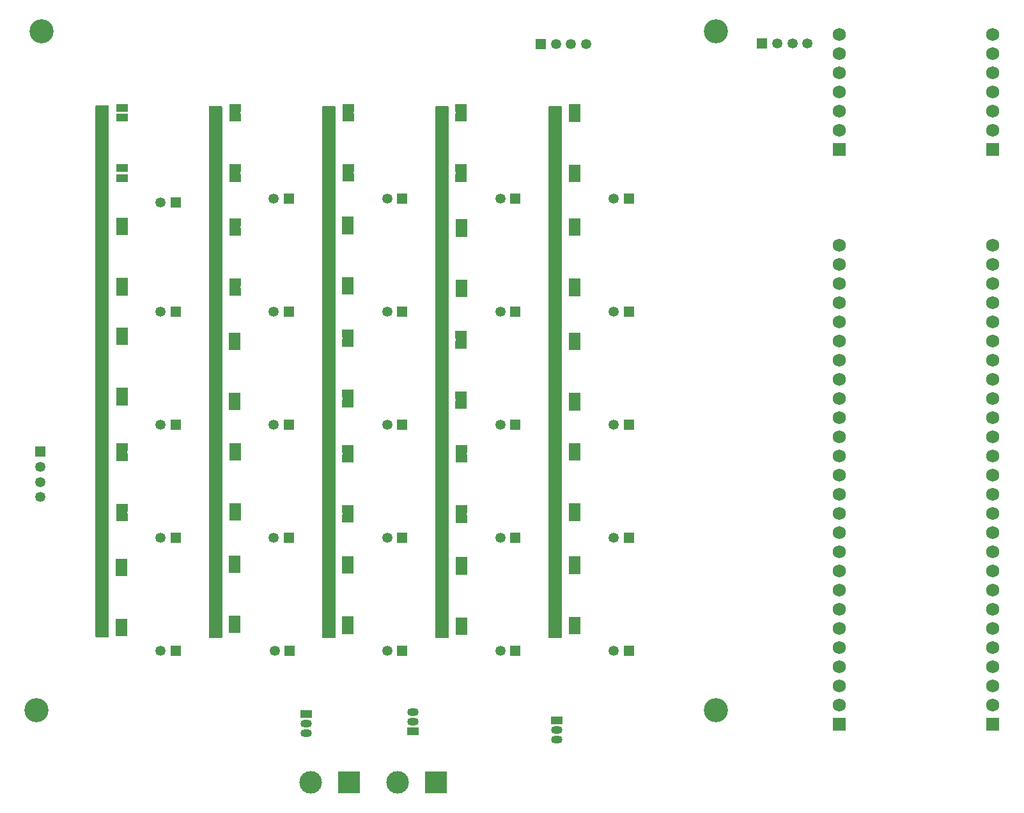
<source format=gbr>
%TF.GenerationSoftware,KiCad,Pcbnew,9.0.4*%
%TF.CreationDate,2025-10-06T13:07:05+13:00*%
%TF.ProjectId,sigProc_esfgrid_cct_IA,73696750-726f-4635-9f65-736667726964,rev?*%
%TF.SameCoordinates,Original*%
%TF.FileFunction,Soldermask,Bot*%
%TF.FilePolarity,Negative*%
%FSLAX46Y46*%
G04 Gerber Fmt 4.6, Leading zero omitted, Abs format (unit mm)*
G04 Created by KiCad (PCBNEW 9.0.4) date 2025-10-06 13:07:05*
%MOMM*%
%LPD*%
G01*
G04 APERTURE LIST*
G04 Aperture macros list*
%AMRoundRect*
0 Rectangle with rounded corners*
0 $1 Rounding radius*
0 $2 $3 $4 $5 $6 $7 $8 $9 X,Y pos of 4 corners*
0 Add a 4 corners polygon primitive as box body*
4,1,4,$2,$3,$4,$5,$6,$7,$8,$9,$2,$3,0*
0 Add four circle primitives for the rounded corners*
1,1,$1+$1,$2,$3*
1,1,$1+$1,$4,$5*
1,1,$1+$1,$6,$7*
1,1,$1+$1,$8,$9*
0 Add four rect primitives between the rounded corners*
20,1,$1+$1,$2,$3,$4,$5,0*
20,1,$1+$1,$4,$5,$6,$7,0*
20,1,$1+$1,$6,$7,$8,$9,0*
20,1,$1+$1,$8,$9,$2,$3,0*%
G04 Aperture macros list end*
%ADD10R,1.350000X1.350000*%
%ADD11C,1.350000*%
%ADD12R,1.500000X1.050000*%
%ADD13O,1.500000X1.050000*%
%ADD14C,3.200000*%
%ADD15R,3.000000X3.000000*%
%ADD16C,3.000000*%
%ADD17RoundRect,0.102000X-0.765000X0.765000X-0.765000X-0.765000X0.765000X-0.765000X0.765000X0.765000X0*%
%ADD18C,1.734000*%
%ADD19R,1.500000X1.000000*%
G04 APERTURE END LIST*
%TO.C,JP26*%
G36*
X165820000Y-91145000D02*
G01*
X167320000Y-91145000D01*
X167320000Y-91445000D01*
X165820000Y-91445000D01*
X165820000Y-91145000D01*
G37*
%TO.C,JP10*%
G36*
X195860000Y-61280000D02*
G01*
X197360000Y-61280000D01*
X197360000Y-61580000D01*
X195860000Y-61580000D01*
X195860000Y-61280000D01*
G37*
%TO.C,JP21*%
G36*
X135870000Y-82880000D02*
G01*
X137370000Y-82880000D01*
X137370000Y-83180000D01*
X135870000Y-83180000D01*
X135870000Y-82880000D01*
G37*
%TO.C,JP36*%
G36*
X165820000Y-106430000D02*
G01*
X167320000Y-106430000D01*
X167320000Y-106730000D01*
X165820000Y-106730000D01*
X165820000Y-106430000D01*
G37*
%TO.C,JP7*%
G36*
X180807600Y-53242500D02*
G01*
X182307600Y-53242500D01*
X182307600Y-53542500D01*
X180807600Y-53542500D01*
X180807600Y-53242500D01*
G37*
%TO.C,JP23*%
G36*
X150820000Y-83540000D02*
G01*
X152320000Y-83540000D01*
X152320000Y-83840000D01*
X150820000Y-83840000D01*
X150820000Y-83540000D01*
G37*
%TO.C,JP31*%
G36*
X135860000Y-98250000D02*
G01*
X137360000Y-98250000D01*
X137360000Y-98550000D01*
X135860000Y-98550000D01*
X135860000Y-98250000D01*
G37*
%TO.C,JP18*%
G36*
X180830000Y-76530000D02*
G01*
X182330000Y-76530000D01*
X182330000Y-76830000D01*
X180830000Y-76830000D01*
X180830000Y-76530000D01*
G37*
%TO.C,JP50*%
G36*
X195840000Y-121230000D02*
G01*
X197340000Y-121230000D01*
X197340000Y-121530000D01*
X195840000Y-121530000D01*
X195840000Y-121230000D01*
G37*
%TO.C,JP8*%
G36*
X180807600Y-61232500D02*
G01*
X182307600Y-61232500D01*
X182307600Y-61532500D01*
X180807600Y-61532500D01*
X180807600Y-61232500D01*
G37*
%TO.C,JP17*%
G36*
X180830000Y-68540000D02*
G01*
X182330000Y-68540000D01*
X182330000Y-68840000D01*
X180830000Y-68840000D01*
X180830000Y-68540000D01*
G37*
%TO.C,JP41*%
G36*
X135807600Y-113510000D02*
G01*
X137307600Y-113510000D01*
X137307600Y-113810000D01*
X135807600Y-113810000D01*
X135807600Y-113510000D01*
G37*
%TO.C,JP4*%
G36*
X150847600Y-61237500D02*
G01*
X152347600Y-61237500D01*
X152347600Y-61537500D01*
X150847600Y-61537500D01*
X150847600Y-61237500D01*
G37*
%TO.C,JP29*%
G36*
X195850000Y-83560000D02*
G01*
X197350000Y-83560000D01*
X197350000Y-83860000D01*
X195850000Y-83860000D01*
X195850000Y-83560000D01*
G37*
%TO.C,JP33*%
G36*
X150857500Y-98192500D02*
G01*
X152357500Y-98192500D01*
X152357500Y-98492500D01*
X150857500Y-98492500D01*
X150857500Y-98192500D01*
G37*
%TO.C,JP34*%
G36*
X150857500Y-106182500D02*
G01*
X152357500Y-106182500D01*
X152357500Y-106482500D01*
X150857500Y-106482500D01*
X150857500Y-106182500D01*
G37*
%TO.C,JP5*%
G36*
X165835000Y-53240000D02*
G01*
X167335000Y-53240000D01*
X167335000Y-53540000D01*
X165835000Y-53540000D01*
X165835000Y-53240000D01*
G37*
%TO.C,JP16*%
G36*
X165800000Y-76190000D02*
G01*
X167300000Y-76190000D01*
X167300000Y-76490000D01*
X165800000Y-76490000D01*
X165800000Y-76190000D01*
G37*
%TO.C,JP47*%
G36*
X180830000Y-113310000D02*
G01*
X182330000Y-113310000D01*
X182330000Y-113610000D01*
X180830000Y-113610000D01*
X180830000Y-113310000D01*
G37*
%TO.C,JP40*%
G36*
X195830000Y-106210000D02*
G01*
X197330000Y-106210000D01*
X197330000Y-106510000D01*
X195830000Y-106510000D01*
X195830000Y-106210000D01*
G37*
%TO.C,JP44*%
G36*
X150800000Y-121070000D02*
G01*
X152300000Y-121070000D01*
X152300000Y-121370000D01*
X150800000Y-121370000D01*
X150800000Y-121070000D01*
G37*
%TO.C,JP32*%
G36*
X135860000Y-106240000D02*
G01*
X137360000Y-106240000D01*
X137360000Y-106540000D01*
X135860000Y-106540000D01*
X135860000Y-106240000D01*
G37*
%TO.C,JP24*%
G36*
X150820000Y-91530000D02*
G01*
X152320000Y-91530000D01*
X152320000Y-91830000D01*
X150820000Y-91830000D01*
X150820000Y-91530000D01*
G37*
%TO.C,JP46*%
G36*
X165812500Y-121190000D02*
G01*
X167312500Y-121190000D01*
X167312500Y-121490000D01*
X165812500Y-121490000D01*
X165812500Y-121190000D01*
G37*
%TO.C,JP15*%
G36*
X165800000Y-68200000D02*
G01*
X167300000Y-68200000D01*
X167300000Y-68500000D01*
X165800000Y-68500000D01*
X165800000Y-68200000D01*
G37*
%TO.C,JP38*%
G36*
X180820000Y-106460000D02*
G01*
X182320000Y-106460000D01*
X182320000Y-106760000D01*
X180820000Y-106760000D01*
X180820000Y-106460000D01*
G37*
%TO.C,JP43*%
G36*
X150800000Y-113080000D02*
G01*
X152300000Y-113080000D01*
X152300000Y-113380000D01*
X150800000Y-113380000D01*
X150800000Y-113080000D01*
G37*
%TO.C,JP39*%
G36*
X195830000Y-98220000D02*
G01*
X197330000Y-98220000D01*
X197330000Y-98520000D01*
X195830000Y-98520000D01*
X195830000Y-98220000D01*
G37*
%TO.C,JP35*%
G36*
X165820000Y-98440000D02*
G01*
X167320000Y-98440000D01*
X167320000Y-98740000D01*
X165820000Y-98740000D01*
X165820000Y-98440000D01*
G37*
%TO.C,JP30*%
G36*
X195850000Y-91550000D02*
G01*
X197350000Y-91550000D01*
X197350000Y-91850000D01*
X195850000Y-91850000D01*
X195850000Y-91550000D01*
G37*
%TO.C,JP27*%
G36*
X180815000Y-83340000D02*
G01*
X182315000Y-83340000D01*
X182315000Y-83640000D01*
X180815000Y-83640000D01*
X180815000Y-83340000D01*
G37*
%TO.C,JP6*%
G36*
X165835000Y-61230000D02*
G01*
X167335000Y-61230000D01*
X167335000Y-61530000D01*
X165835000Y-61530000D01*
X165835000Y-61230000D01*
G37*
%TO.C,JP19*%
G36*
X195830000Y-68425000D02*
G01*
X197330000Y-68425000D01*
X197330000Y-68725000D01*
X195830000Y-68725000D01*
X195830000Y-68425000D01*
G37*
%TO.C,JP22*%
G36*
X135870000Y-90870000D02*
G01*
X137370000Y-90870000D01*
X137370000Y-91170000D01*
X135870000Y-91170000D01*
X135870000Y-90870000D01*
G37*
%TO.C,JP11*%
G36*
X135880000Y-68320000D02*
G01*
X137380000Y-68320000D01*
X137380000Y-68620000D01*
X135880000Y-68620000D01*
X135880000Y-68320000D01*
G37*
%TO.C,JP42*%
G36*
X135807600Y-121500000D02*
G01*
X137307600Y-121500000D01*
X137307600Y-121800000D01*
X135807600Y-121800000D01*
X135807600Y-121500000D01*
G37*
%TO.C,JP45*%
G36*
X165812500Y-113200000D02*
G01*
X167312500Y-113200000D01*
X167312500Y-113500000D01*
X165812500Y-113500000D01*
X165812500Y-113200000D01*
G37*
%TO.C,JP14*%
G36*
X150850000Y-76370000D02*
G01*
X152350000Y-76370000D01*
X152350000Y-76670000D01*
X150850000Y-76670000D01*
X150850000Y-76370000D01*
G37*
%TO.C,JP13*%
G36*
X150850000Y-68380000D02*
G01*
X152350000Y-68380000D01*
X152350000Y-68680000D01*
X150850000Y-68680000D01*
X150850000Y-68380000D01*
G37*
%TO.C,JP37*%
G36*
X180820000Y-98470000D02*
G01*
X182320000Y-98470000D01*
X182320000Y-98770000D01*
X180820000Y-98770000D01*
X180820000Y-98470000D01*
G37*
%TO.C,JP48*%
G36*
X180830000Y-121300000D02*
G01*
X182330000Y-121300000D01*
X182330000Y-121600000D01*
X180830000Y-121600000D01*
X180830000Y-121300000D01*
G37*
%TO.C,JP3*%
G36*
X150847600Y-53247500D02*
G01*
X152347600Y-53247500D01*
X152347600Y-53547500D01*
X150847600Y-53547500D01*
X150847600Y-53247500D01*
G37*
%TO.C,JP9*%
G36*
X195860000Y-53290000D02*
G01*
X197360000Y-53290000D01*
X197360000Y-53590000D01*
X195860000Y-53590000D01*
X195860000Y-53290000D01*
G37*
%TO.C,JP25*%
G36*
X165820000Y-83155000D02*
G01*
X167320000Y-83155000D01*
X167320000Y-83455000D01*
X165820000Y-83455000D01*
X165820000Y-83155000D01*
G37*
%TO.C,JP20*%
G36*
X195830000Y-76415000D02*
G01*
X197330000Y-76415000D01*
X197330000Y-76715000D01*
X195830000Y-76715000D01*
X195830000Y-76415000D01*
G37*
%TO.C,JP28*%
G36*
X180815000Y-91330000D02*
G01*
X182315000Y-91330000D01*
X182315000Y-91630000D01*
X180815000Y-91630000D01*
X180815000Y-91330000D01*
G37*
%TO.C,JP49*%
G36*
X195840000Y-113240000D02*
G01*
X197340000Y-113240000D01*
X197340000Y-113540000D01*
X195840000Y-113540000D01*
X195840000Y-113240000D01*
G37*
%TO.C,JP12*%
G36*
X135880000Y-76310000D02*
G01*
X137380000Y-76310000D01*
X137380000Y-76610000D01*
X135880000Y-76610000D01*
X135880000Y-76310000D01*
G37*
%TD*%
D10*
%TO.C,J30*%
X125775000Y-98350000D03*
D11*
X125775000Y-100350000D03*
X125775000Y-102350000D03*
X125775000Y-104350000D03*
%TD*%
D10*
%TO.C,J29*%
X192125000Y-44300000D03*
D11*
X194125000Y-44300000D03*
X196125000Y-44300000D03*
X198125000Y-44300000D03*
%TD*%
D10*
%TO.C,J28*%
X221425000Y-44175000D03*
D11*
X223425000Y-44175000D03*
X225425000Y-44175000D03*
X227425000Y-44175000D03*
%TD*%
D10*
%TO.C,J18*%
X143750000Y-109750000D03*
D11*
X141750000Y-109750000D03*
%TD*%
D10*
%TO.C,J6*%
X188750000Y-64750000D03*
D11*
X186750000Y-64750000D03*
%TD*%
D10*
%TO.C,J27*%
X203750000Y-124750000D03*
D11*
X201750000Y-124750000D03*
%TD*%
D10*
%TO.C,J13*%
X143750000Y-94750000D03*
D11*
X141750000Y-94750000D03*
%TD*%
D12*
%TO.C,U1*%
X161075000Y-133145000D03*
D13*
X161075000Y-134415000D03*
X161075000Y-135685000D03*
%TD*%
D14*
%TO.C,REF\u002A\u002A*%
X125307960Y-132619986D03*
%TD*%
D10*
%TO.C,J25*%
X173750000Y-124750000D03*
D11*
X171750000Y-124750000D03*
%TD*%
D10*
%TO.C,J19*%
X158750000Y-109750000D03*
D11*
X156750000Y-109750000D03*
%TD*%
D12*
%TO.C,U29*%
X194250000Y-133980000D03*
D13*
X194250000Y-135250000D03*
X194250000Y-136520000D03*
%TD*%
D10*
%TO.C,J16*%
X188750000Y-94750000D03*
D11*
X186750000Y-94750000D03*
%TD*%
D10*
%TO.C,J8*%
X143750000Y-79750000D03*
D11*
X141750000Y-79750000D03*
%TD*%
D15*
%TO.C,J2*%
X178215000Y-142155000D03*
D16*
X173135000Y-142155000D03*
%TD*%
D10*
%TO.C,J14*%
X158750000Y-94750000D03*
D11*
X156750000Y-94750000D03*
%TD*%
D10*
%TO.C,J17*%
X203750000Y-94750000D03*
D11*
X201750000Y-94750000D03*
%TD*%
D10*
%TO.C,J20*%
X173750000Y-109750000D03*
D11*
X171750000Y-109750000D03*
%TD*%
D12*
%TO.C,U2*%
X175145000Y-135395000D03*
D13*
X175145000Y-134125000D03*
X175145000Y-132855000D03*
%TD*%
D15*
%TO.C,J1*%
X166705000Y-142165000D03*
D16*
X161625000Y-142165000D03*
%TD*%
D10*
%TO.C,J11*%
X188750000Y-79750000D03*
D11*
X186750000Y-79750000D03*
%TD*%
D10*
%TO.C,J4*%
X158750000Y-64750000D03*
D11*
X156750000Y-64750000D03*
%TD*%
D10*
%TO.C,J9*%
X158750000Y-79750000D03*
D11*
X156750000Y-79750000D03*
%TD*%
D14*
%TO.C,REF\u002A\u002A*%
X215307960Y-42619986D03*
%TD*%
D17*
%TO.C,U28*%
X252000000Y-134500000D03*
D18*
X252000000Y-131960000D03*
X252000000Y-129420000D03*
X252000000Y-126880000D03*
X252000000Y-124340000D03*
X252000000Y-121800000D03*
X252000000Y-119260000D03*
X252000000Y-116720000D03*
X252000000Y-114180000D03*
X252000000Y-111640000D03*
X252000000Y-109100000D03*
X252000000Y-106560000D03*
X252000000Y-104020000D03*
X252000000Y-101480000D03*
X252000000Y-98940000D03*
X252000000Y-96400000D03*
X252000000Y-93860000D03*
X252000000Y-91320000D03*
X252000000Y-88780000D03*
X252000000Y-86240000D03*
X252000000Y-83700000D03*
X252000000Y-81160000D03*
X252000000Y-78620000D03*
X252000000Y-76080000D03*
X252000000Y-73540000D03*
X252000000Y-71000000D03*
D17*
X231680000Y-134500000D03*
D18*
X231680000Y-131960000D03*
X231680000Y-129420000D03*
X231680000Y-126880000D03*
X231680000Y-124340000D03*
X231680000Y-121800000D03*
X231680000Y-119260000D03*
X231680000Y-116720000D03*
X231680000Y-114180000D03*
X231680000Y-111640000D03*
X231680000Y-109100000D03*
X231680000Y-106560000D03*
X231680000Y-104020000D03*
X231680000Y-101480000D03*
X231680000Y-98940000D03*
X231680000Y-96400000D03*
X231680000Y-93860000D03*
X231680000Y-91320000D03*
X231680000Y-88780000D03*
X231680000Y-86240000D03*
X231680000Y-83700000D03*
X231680000Y-81160000D03*
X231680000Y-78620000D03*
X231680000Y-76080000D03*
X231680000Y-73540000D03*
X231680000Y-71000000D03*
D17*
X231680000Y-58300000D03*
D18*
X231680000Y-55760000D03*
X231680000Y-53220000D03*
X231680000Y-50680000D03*
X231680000Y-48140000D03*
X231680000Y-45600000D03*
X231680000Y-43060000D03*
D17*
X252000000Y-58300000D03*
D18*
X252000000Y-55760000D03*
X252000000Y-53220000D03*
X252000000Y-50680000D03*
X252000000Y-48140000D03*
X252000000Y-45600000D03*
X252000000Y-43060000D03*
%TD*%
D10*
%TO.C,J21*%
X188750000Y-109750000D03*
D11*
X186750000Y-109750000D03*
%TD*%
D10*
%TO.C,J7*%
X203750000Y-64750000D03*
D11*
X201750000Y-64750000D03*
%TD*%
D10*
%TO.C,J5*%
X173750000Y-64750000D03*
D11*
X171750000Y-64750000D03*
%TD*%
D10*
%TO.C,J3*%
X143750000Y-65250000D03*
D11*
X141750000Y-65250000D03*
%TD*%
D10*
%TO.C,J15*%
X173750000Y-94750000D03*
D11*
X171750000Y-94750000D03*
%TD*%
D10*
%TO.C,J10*%
X173750000Y-79750000D03*
D11*
X171750000Y-79750000D03*
%TD*%
D10*
%TO.C,J24*%
X158850000Y-124750000D03*
D11*
X156850000Y-124750000D03*
%TD*%
D10*
%TO.C,J26*%
X188750000Y-124750000D03*
D11*
X186750000Y-124750000D03*
%TD*%
D10*
%TO.C,J22*%
X203750000Y-109750000D03*
D11*
X201750000Y-109750000D03*
%TD*%
D10*
%TO.C,J23*%
X143750000Y-124750000D03*
D11*
X141750000Y-124750000D03*
%TD*%
D14*
%TO.C,REF\u002A\u002A*%
X215307960Y-132619986D03*
%TD*%
%TO.C,REF\u002A\u002A*%
X126000000Y-42619986D03*
%TD*%
D10*
%TO.C,J12*%
X203750000Y-79750000D03*
D11*
X201750000Y-79750000D03*
%TD*%
D19*
%TO.C,JP26*%
X166570000Y-90645000D03*
X166570000Y-91945000D03*
%TD*%
%TO.C,JP10*%
X196610000Y-60780000D03*
X196610000Y-62080000D03*
%TD*%
%TO.C,JP21*%
X136620000Y-82380000D03*
X136620000Y-83680000D03*
%TD*%
%TO.C,JP36*%
X166570000Y-105930000D03*
X166570000Y-107230000D03*
%TD*%
%TO.C,JP7*%
X181557600Y-52742500D03*
X181557600Y-54042500D03*
%TD*%
%TO.C,JP23*%
X151570000Y-83040000D03*
X151570000Y-84340000D03*
%TD*%
%TO.C,JP31*%
X136610000Y-97750000D03*
X136610000Y-99050000D03*
%TD*%
%TO.C,JP18*%
X181580000Y-76030000D03*
X181580000Y-77330000D03*
%TD*%
%TO.C,JP1*%
X136607600Y-52760000D03*
X136607600Y-54060000D03*
%TD*%
%TO.C,JP50*%
X196590000Y-120730000D03*
X196590000Y-122030000D03*
%TD*%
%TO.C,JP8*%
X181557600Y-60732500D03*
X181557600Y-62032500D03*
%TD*%
%TO.C,JP17*%
X181580000Y-68040000D03*
X181580000Y-69340000D03*
%TD*%
%TO.C,JP41*%
X136557600Y-113010000D03*
X136557600Y-114310000D03*
%TD*%
%TO.C,JP4*%
X151597600Y-60737500D03*
X151597600Y-62037500D03*
%TD*%
%TO.C,JP29*%
X196600000Y-83060000D03*
X196600000Y-84360000D03*
%TD*%
%TO.C,JP33*%
X151607500Y-97692500D03*
X151607500Y-98992500D03*
%TD*%
%TO.C,JP34*%
X151607500Y-105682500D03*
X151607500Y-106982500D03*
%TD*%
%TO.C,JP5*%
X166585000Y-52740000D03*
X166585000Y-54040000D03*
%TD*%
%TO.C,JP16*%
X166550000Y-75690000D03*
X166550000Y-76990000D03*
%TD*%
%TO.C,JP47*%
X181580000Y-112810000D03*
X181580000Y-114110000D03*
%TD*%
%TO.C,JP40*%
X196580000Y-105710000D03*
X196580000Y-107010000D03*
%TD*%
%TO.C,JP2*%
X136607600Y-60750000D03*
X136607600Y-62050000D03*
%TD*%
%TO.C,JP44*%
X151550000Y-120570000D03*
X151550000Y-121870000D03*
%TD*%
%TO.C,JP32*%
X136610000Y-105740000D03*
X136610000Y-107040000D03*
%TD*%
%TO.C,JP24*%
X151570000Y-91030000D03*
X151570000Y-92330000D03*
%TD*%
%TO.C,JP46*%
X166562500Y-120690000D03*
X166562500Y-121990000D03*
%TD*%
%TO.C,JP15*%
X166550000Y-67700000D03*
X166550000Y-69000000D03*
%TD*%
%TO.C,JP38*%
X181570000Y-105960000D03*
X181570000Y-107260000D03*
%TD*%
%TO.C,JP43*%
X151550000Y-112580000D03*
X151550000Y-113880000D03*
%TD*%
%TO.C,JP39*%
X196580000Y-97720000D03*
X196580000Y-99020000D03*
%TD*%
%TO.C,JP35*%
X166570000Y-97940000D03*
X166570000Y-99240000D03*
%TD*%
%TO.C,JP30*%
X196600000Y-91050000D03*
X196600000Y-92350000D03*
%TD*%
%TO.C,JP27*%
X181565000Y-82840000D03*
X181565000Y-84140000D03*
%TD*%
%TO.C,JP6*%
X166585000Y-60730000D03*
X166585000Y-62030000D03*
%TD*%
%TO.C,JP19*%
X196580000Y-67925000D03*
X196580000Y-69225000D03*
%TD*%
%TO.C,JP22*%
X136620000Y-90370000D03*
X136620000Y-91670000D03*
%TD*%
%TO.C,JP11*%
X136630000Y-67820000D03*
X136630000Y-69120000D03*
%TD*%
%TO.C,JP42*%
X136557600Y-121000000D03*
X136557600Y-122300000D03*
%TD*%
%TO.C,JP45*%
X166562500Y-112700000D03*
X166562500Y-114000000D03*
%TD*%
%TO.C,JP14*%
X151600000Y-75870000D03*
X151600000Y-77170000D03*
%TD*%
%TO.C,JP13*%
X151600000Y-67880000D03*
X151600000Y-69180000D03*
%TD*%
%TO.C,JP37*%
X181570000Y-97970000D03*
X181570000Y-99270000D03*
%TD*%
%TO.C,JP48*%
X181580000Y-120800000D03*
X181580000Y-122100000D03*
%TD*%
%TO.C,JP3*%
X151597600Y-52747500D03*
X151597600Y-54047500D03*
%TD*%
%TO.C,JP9*%
X196610000Y-52790000D03*
X196610000Y-54090000D03*
%TD*%
%TO.C,JP25*%
X166570000Y-82655000D03*
X166570000Y-83955000D03*
%TD*%
%TO.C,JP20*%
X196580000Y-75915000D03*
X196580000Y-77215000D03*
%TD*%
%TO.C,JP28*%
X181565000Y-90830000D03*
X181565000Y-92130000D03*
%TD*%
%TO.C,JP49*%
X196590000Y-112740000D03*
X196590000Y-114040000D03*
%TD*%
%TO.C,JP12*%
X136630000Y-75810000D03*
X136630000Y-77110000D03*
%TD*%
G36*
X164850649Y-52539685D02*
G01*
X164896404Y-52592489D01*
X164907610Y-52643991D01*
X164912992Y-122895991D01*
X164893313Y-122963031D01*
X164840512Y-123008790D01*
X164788992Y-123020000D01*
X163251600Y-123020000D01*
X163184561Y-123000315D01*
X163138806Y-122947511D01*
X163127600Y-122896000D01*
X163127600Y-52644000D01*
X163147285Y-52576961D01*
X163200089Y-52531206D01*
X163251600Y-52520000D01*
X164783610Y-52520000D01*
X164850649Y-52539685D01*
G37*
G36*
X134831009Y-52439671D02*
G01*
X134876764Y-52492475D01*
X134887970Y-52543977D01*
X134893352Y-122795977D01*
X134873673Y-122863017D01*
X134820872Y-122908776D01*
X134769352Y-122919986D01*
X133231960Y-122919986D01*
X133164921Y-122900301D01*
X133119166Y-122847497D01*
X133107960Y-122795986D01*
X133107960Y-52543986D01*
X133127645Y-52476947D01*
X133180449Y-52431192D01*
X133231960Y-52419986D01*
X134763970Y-52419986D01*
X134831009Y-52439671D01*
G37*
G36*
X179850649Y-52539685D02*
G01*
X179896404Y-52592489D01*
X179907610Y-52643991D01*
X179912992Y-122895991D01*
X179893313Y-122963031D01*
X179840512Y-123008790D01*
X179788992Y-123020000D01*
X178251600Y-123020000D01*
X178184561Y-123000315D01*
X178138806Y-122947511D01*
X178127600Y-122896000D01*
X178127600Y-52644000D01*
X178147285Y-52576961D01*
X178200089Y-52531206D01*
X178251600Y-52520000D01*
X179783610Y-52520000D01*
X179850649Y-52539685D01*
G37*
G36*
X149850649Y-52539685D02*
G01*
X149896404Y-52592489D01*
X149907610Y-52643991D01*
X149912992Y-122895991D01*
X149893313Y-122963031D01*
X149840512Y-123008790D01*
X149788992Y-123020000D01*
X148251600Y-123020000D01*
X148184561Y-123000315D01*
X148138806Y-122947511D01*
X148127600Y-122896000D01*
X148127600Y-52644000D01*
X148147285Y-52576961D01*
X148200089Y-52531206D01*
X148251600Y-52520000D01*
X149783610Y-52520000D01*
X149850649Y-52539685D01*
G37*
G36*
X194850649Y-52539685D02*
G01*
X194896404Y-52592489D01*
X194907610Y-52643991D01*
X194912992Y-122895991D01*
X194893313Y-122963031D01*
X194840512Y-123008790D01*
X194788992Y-123020000D01*
X193251600Y-123020000D01*
X193184561Y-123000315D01*
X193138806Y-122947511D01*
X193127600Y-122896000D01*
X193127600Y-52644000D01*
X193147285Y-52576961D01*
X193200089Y-52531206D01*
X193251600Y-52520000D01*
X194783610Y-52520000D01*
X194850649Y-52539685D01*
G37*
M02*

</source>
